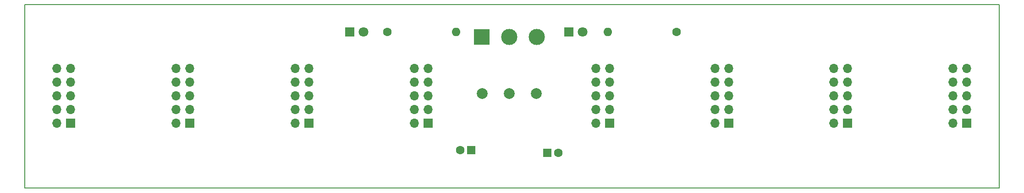
<source format=gbs>
G04 #@! TF.GenerationSoftware,KiCad,Pcbnew,(6.0.1)*
G04 #@! TF.CreationDate,2022-07-08T14:04:56+02:00*
G04 #@! TF.ProjectId,Distrib,44697374-7269-4622-9e6b-696361645f70,rev?*
G04 #@! TF.SameCoordinates,Original*
G04 #@! TF.FileFunction,Soldermask,Bot*
G04 #@! TF.FilePolarity,Negative*
%FSLAX46Y46*%
G04 Gerber Fmt 4.6, Leading zero omitted, Abs format (unit mm)*
G04 Created by KiCad (PCBNEW (6.0.1)) date 2022-07-08 14:04:56*
%MOMM*%
%LPD*%
G01*
G04 APERTURE LIST*
G04 #@! TA.AperFunction,Profile*
%ADD10C,0.150000*%
G04 #@! TD*
%ADD11C,3.000000*%
%ADD12R,3.000000X3.000000*%
%ADD13R,1.600000X1.600000*%
%ADD14C,1.600000*%
%ADD15C,1.800000*%
%ADD16R,1.800000X1.800000*%
%ADD17R,1.700000X1.700000*%
%ADD18O,1.700000X1.700000*%
%ADD19O,1.600000X1.600000*%
%ADD20C,2.000000*%
G04 APERTURE END LIST*
D10*
X231000000Y-54000000D02*
X51000000Y-54000000D01*
X231000000Y-54000000D02*
X231000000Y-88000000D01*
X51000000Y-88000000D02*
X231000000Y-88000000D01*
X51000000Y-54000000D02*
X51000000Y-88000000D01*
D11*
X145580000Y-60000000D03*
X140500000Y-60000000D03*
D12*
X135420000Y-60000000D03*
D13*
X133455113Y-81000000D03*
D14*
X131455113Y-81000000D03*
D13*
X147544888Y-81500000D03*
D14*
X149544888Y-81500000D03*
D15*
X113540000Y-59000000D03*
D16*
X111000000Y-59000000D03*
D17*
X181000000Y-76000000D03*
D18*
X178460000Y-76000000D03*
X181000000Y-73460000D03*
X178460000Y-73460000D03*
X181000000Y-70920000D03*
X178460000Y-70920000D03*
X181000000Y-68380000D03*
X178460000Y-68380000D03*
X181000000Y-65840000D03*
X178460000Y-65840000D03*
D17*
X203000000Y-76000000D03*
D18*
X200460000Y-76000000D03*
X203000000Y-73460000D03*
X200460000Y-73460000D03*
X203000000Y-70920000D03*
X200460000Y-70920000D03*
X203000000Y-68380000D03*
X200460000Y-68380000D03*
X203000000Y-65840000D03*
X200460000Y-65840000D03*
D17*
X125500000Y-76000000D03*
D18*
X122960000Y-76000000D03*
X125500000Y-73460000D03*
X122960000Y-73460000D03*
X125500000Y-70920000D03*
X122960000Y-70920000D03*
X125500000Y-68380000D03*
X122960000Y-68380000D03*
X125500000Y-65840000D03*
X122960000Y-65840000D03*
D17*
X159000000Y-76000000D03*
D18*
X156460000Y-76000000D03*
X159000000Y-73460000D03*
X156460000Y-73460000D03*
X159000000Y-70920000D03*
X156460000Y-70920000D03*
X159000000Y-68380000D03*
X156460000Y-68380000D03*
X159000000Y-65840000D03*
X156460000Y-65840000D03*
D17*
X103500000Y-76000000D03*
D18*
X100960000Y-76000000D03*
X103500000Y-73460000D03*
X100960000Y-73460000D03*
X103500000Y-70920000D03*
X100960000Y-70920000D03*
X103500000Y-68380000D03*
X100960000Y-68380000D03*
X103500000Y-65840000D03*
X100960000Y-65840000D03*
D17*
X225000000Y-76000000D03*
D18*
X222460000Y-76000000D03*
X225000000Y-73460000D03*
X222460000Y-73460000D03*
X225000000Y-70920000D03*
X222460000Y-70920000D03*
X225000000Y-68380000D03*
X222460000Y-68380000D03*
X225000000Y-65840000D03*
X222460000Y-65840000D03*
D19*
X130625000Y-59000000D03*
D14*
X117925000Y-59000000D03*
D20*
X140500000Y-70500000D03*
X145500000Y-70500000D03*
D17*
X59500000Y-76000000D03*
D18*
X56960000Y-76000000D03*
X59500000Y-73460000D03*
X56960000Y-73460000D03*
X59500000Y-70920000D03*
X56960000Y-70920000D03*
X59500000Y-68380000D03*
X56960000Y-68380000D03*
X59500000Y-65840000D03*
X56960000Y-65840000D03*
D20*
X135500000Y-70500000D03*
D15*
X154040000Y-59000000D03*
D16*
X151500000Y-59000000D03*
D17*
X81500000Y-76000000D03*
D18*
X78960000Y-76000000D03*
X81500000Y-73460000D03*
X78960000Y-73460000D03*
X81500000Y-70920000D03*
X78960000Y-70920000D03*
X81500000Y-68380000D03*
X78960000Y-68380000D03*
X81500000Y-65840000D03*
X78960000Y-65840000D03*
D19*
X158650000Y-59000000D03*
D14*
X171350000Y-59000000D03*
M02*

</source>
